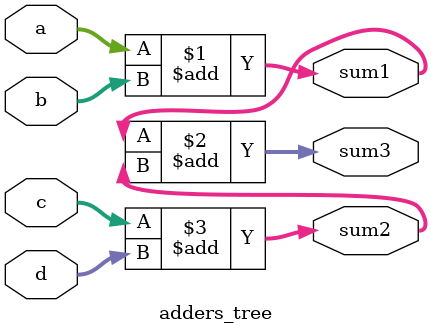
<source format=v>
module adders_tree(
    input [3:0] a,
    input [3:0] b,
    input [7:0] c,
    input [7:0] d,
    output [4:0] sum1,
    output [8:0] sum2,
    output [9:0] sum3
);
    // The order of the assignments in NOT important
    assign sum1 = a+b;
    assign sum3 = sum1+sum2;
    assign sum2 = c+d;

endmodule
</source>
